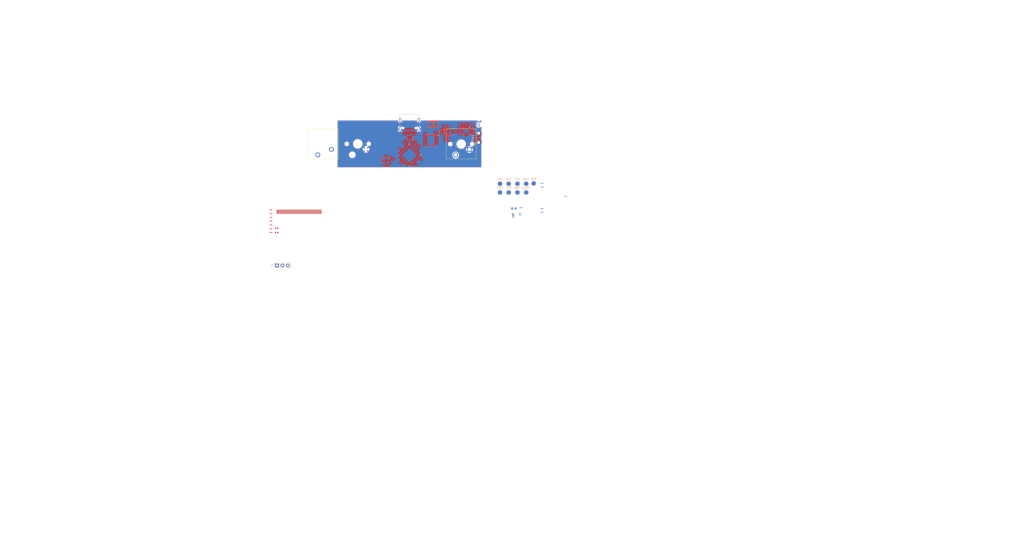
<source format=kicad_pcb>
(kicad_pcb (version 20241229) (generator "pcbnew") (generator_version "9.0")
  (layers (0 "F.Cu" mixed) (4 "In1.Cu" signal) (6 "In2.Cu" signal) (2 "B.Cu" power) (13 "F.Paste" user) (15 "B.Paste" user) (5 "F.SilkS" user "F.Silkscreen") (7 "B.SilkS" user "B.Silkscreen") (1 "F.Mask" user) (3 "B.Mask" user) (25 "Edge.Cuts" user))
  (net 0 "")
  (net 1 "VBAT")
  (net 2 "GND")
  (net 3 "VBUS")
  (net 4 "VSYS")
  (net 5 "3V3")
  (net 6 "1V1")
  (net 7 "/XIN")
  (net 8 "Net-(C24-Pad2)")
  (net 9 "Net-(DS1-VCOMH)")
  (net 10 "/DISP_PIN_CS")
  (net 11 "Net-(DS1-C2N)")
  (net 13 "/DISP_PIN_RST")
  (net 14 "/DISP_PIN_SCLK")
  (net 15 "Net-(DS1-C2P)")
  (net 16 "Net-(DS1-C1N)")
  (net 18 "Net-(DS1-IREF)")
  (net 19 "/DISP_PIN_MOSI")
  (net 20 "/DISP_PIN_DC")
  (net 21 "Net-(DS1-C1P)")
  (net 22 "Net-(J1-D--PadA7)")
  (net 23 "Net-(J1-CC2)")
  (net 24 "Net-(J1-CC1)")
  (net 25 "Net-(J1-D+-PadA6)")
  (net 26 "Net-(J3-Pin_2)")
  (net 27 "Net-(J3-Pin_1)")
  (net 28 "Net-(J4-Pin_3)")
  (net 29 "Net-(J4-Pin_1)")
  (net 30 "Net-(JP1-B)")
  (net 31 "Net-(L1-Pad1)")
  (net 32 "Net-(L1-Pad2)")
  (net 33 "/SNS_VBAT")
  (net 34 "Net-(U2-TS)")
  (net 35 "Net-(U2-ISET)")
  (net 36 "/QSPI_SS")
  (net 37 "/XOUT")
  (net 38 "Net-(U1-USB_DP)")
  (net 39 "Net-(U1-USB_DM)")
  (net 40 "Net-(U1-GPIO2)")
  (net 41 "Net-(U1-GPIO3)")
  (net 42 "/BUTTON_L")
  (net 43 "/BUTTON_R")
  (net 44 "/BUTTON_MENU")
  (net 46 "/AUDIO_I2S_DOUT")
  (net 48 "/QSPI_SD1")
  (net 53 "Net-(JP2-B)")
  (net 56 "/QSPI_SD3")
  (net 57 "/SNS_~{CHG}")
  (net 58 "/AUDIO_I2S_SD")
  (net 60 "/QSPI_SD2")
  (net 61 "/SNS_~{PGOOD}")
  (net 62 "/AUDIO_I2S_LRCK")
  (net 63 "/QSPI_SCLK")
  (net 69 "/AUDIO_I2S_BCLK")
  (net 70 "/QSPI_SD0")
  (net 74 "Net-(U3-AGND)")
  (net 75 "REG_EN")
  (net 79 "Net-(DS1-VCC)")
  (net 80 "VBAT_GATED")
  (net 81 "/VBAT_GATE_ON")
  (net 82 "/USB_D+")
  (net 83 "/USB_D-")
  (footprint "Custom:OLED_128x64_1.3in_13P" (layer "F.Cu") (at 162 45 -90)
    (property "Reference" "PL1")
    (property "Value" "Panel Footprint")
  )
  (footprint "Capacitor_SMD:C_0201_0603Metric" (layer "F.Cu") (at 105.75 82.6)
    (property "Reference" "C32" (hide yes))
    (property "Value" "1uF" (hide yes))
  )
  (footprint "Capacitor_SMD:C_0201_0603Metric" (layer "F.Cu") (at 105.75 80.85)
    (property "Reference" "C31" (hide yes))
    (property "Value" "100nF" (hide yes))
  )
  (footprint "Connector_PinHeader_1.27mm:PinHeader_1x02_P1.27mm_Vertical" (layer "F.Cu") (at 202.1 36.5 180)
    (property "Reference" "J2" (hide yes))
    (property "Value" "Battery" (hide yes))
  )
  (footprint "Capacitor_SMD:C_0402_1005Metric" (layer "F.Cu") (at 108.41 84.15)
    (property "Reference" "C27" (hide yes))
    (property "Value" "4.7uF" (hide yes))
  )
  (footprint "Connector_PinHeader_1.00mm:PinHeader_1x02_P1.00mm_Vertical" (layer "F.Cu") (at 218.11 77.75)
    (property "Reference" "J3" (hide yes))
    (property "Value" "Speaker" (hide yes))
  )
  (footprint "Capacitor_SMD:C_0201_0603Metric" (layer "F.Cu") (at 105.75 75.6)
    (property "Reference" "C25" (hide yes))
    (property "Value" "1uF" (hide yes))
  )
  (footprint "Display:OLED-128O064D" (layer "F.Cu") (at 118.75 76.5 180)
    (property "Reference" "DS1" (hide yes))
    (property "Value" "X096-2864KSWAG01-H30" (hide yes))
  )
  (footprint "Button_Switch_Keyboard:SW_Cherry_MX_1.00u_PCB" (layer "F.Cu") (at 127.46 50.08 180)
    (property "Reference" "SW1" (hide yes))
    (property "Value" "Button L")
  )
  (footprint "Resistor_SMD:R_0201_0603Metric" (layer "F.Cu") (at 105.75 86.1)
    (property "Reference" "R17" (hide yes))
    (property "Value" "10k" (hide yes))
  )
  (footprint "Button_Switch_Keyboard:SW_Cherry_MX_1.00u_PCB" (layer "F.Cu") (at 191.46 50.08 180)
    (property "Reference" "SW2" (hide yes))
    (property "Value" "Button R")
  )
  (footprint "Resistor_SMD:R_0201_0603Metric" (layer "F.Cu") (at 105.75 84.35)
    (property "Reference" "R14" (hide yes))
    (property "Value" "620k" (hide yes))
  )
  (footprint "Capacitor_SMD:C_0201_0603Metric" (layer "F.Cu") (at 105.75 79.1)
    (property "Reference" "C30" (hide yes))
    (property "Value" "1uF" (hide yes))
  )
  (footprint "Capacitor_SMD:C_0402_1005Metric" (layer "F.Cu") (at 108.41 86.12)
    (property "Reference" "C28" (hide yes))
    (property "Value" "4.7uF" (hide yes))
  )
  (footprint "Capacitor_SMD:C_0201_0603Metric" (layer "F.Cu") (at 105.75 77.35)
    (property "Reference" "C26" (hide yes))
    (property "Value" "1uF" (hide yes))
  )
  (footprint "NetTie:NetTie-2_SMD_Pad0.5mm" (layer "B.Cu") (at 242.3436 69.35 180)
    (property "Reference" "NT1" (hide yes))
    (property "Value" "NetTie_2" (hide yes))
  )
  (footprint "Jumper:SolderJumper-2_P1.3mm_Open_Pad1.0x1.5mm" (layer "B.Cu") (at 179.7 36.05 -90)
    (property "Reference" "JP1" (hide yes))
    (property "Value" "BOOTSEL")
  )
  (footprint "TestPoint:TestPoint_Pad_D2.0mm" (layer "B.Cu") (at 227.65 63.35 180)
    (property "Reference" "TP5")
    (property "Value" "3V3" (hide yes))
  )
  (footprint "Capacitor_SMD:C_0201_0603Metric" (layer "B.Cu") (at 174.065864 47.011953 45)
    (property "Reference" "C21" (hide yes))
    (property "Value" "100nF" (hide yes))
  )
  (footprint "Resistor_SMD:R_0201_0603Metric" (layer "B.Cu") (at 231.545 65.05 180)
    (property "Reference" "R16" (hide yes))
    (property "Value" "27" (hide yes))
  )
  (footprint "Resistor_SMD:R_0201_0603Metric" (layer "B.Cu") (at 182.592501 40.0425 -90)
    (property "Reference" "R7" (hide yes))
    (property "Value" "10k" (hide yes))
  )
  (footprint "Resistor_SMD:R_0201_0603Metric" (layer "B.Cu") (at 231.505 76.75 180)
    (property "Reference" "R19" (hide yes))
    (property "Value" "10k" (hide yes))
  )
  (footprint "Capacitor_SMD:C_0201_0603Metric" (layer "B.Cu") (at 165.792713 53.446625 -135)
    (property "Reference" "C19" (hide yes))
    (property "Value" "100nF" (hide yes))
  )
  (footprint "Resistor_SMD:R_0201_0603Metric" (layer "B.Cu") (at 231.505 75 180)
    (property "Reference" "R18" (hide yes))
    (property "Value" "3.6k" (hide yes))
  )
  (footprint "Resistor_SMD:R_0201_0603Metric" (layer "B.Cu") (at 199.3 39.9 180)
    (property "Reference" "R5" (hide yes))
    (property "Value" "620k" (hide yes))
  )
  (footprint "Capacitor_SMD:C_0201_0603Metric" (layer "B.Cu") (at 168.409986 44.536103 135)
    (property "Reference" "C10" (hide yes))
    (property "Value" "100nF" (hide yes))
  )
  (footprint "TestPoint:TestPoint_Pad_D2.0mm" (layer "B.Cu") (at 216.05 67.55 180)
    (property "Reference" "TP4")
    (property "Value" "VBAT" (hide yes))
  )
  (footprint "Capacitor_SMD:C_0201_0603Metric" (layer "B.Cu") (at 173.570889 46.516978 45)
    (property "Reference" "C9" (hide yes))
    (property "Value" "100nF" (hide yes))
  )
  (footprint "Capacitor_SMD:C_0201_0603Metric" (layer "B.Cu") (at 221.68 74.59 180)
    (property "Reference" "C36" (hide yes))
    (property "Value" "100nF" (hide yes))
  )
  (footprint "Capacitor_SMD:C_0201_0603Metric" (layer "B.Cu") (at 171.590991 44.537079 -135)
    (property "Reference" "C17" (hide yes))
    (property "Value" "1uF" (hide yes))
  )
  (footprint "Package_DFN_QFN:QFN-56-1EP_7x7mm_P0.4mm_EP3.2x3.2mm" (layer "B.Cu") (at 170 50.3 135)
    (property "Reference" "U1" (hide yes))
    (property "Value" "RP2040" (hide yes))
  )
  (footprint "Capacitor_SMD:C_0201_0603Metric" (layer "B.Cu") (at 165.615938 47.330152 135)
    (property "Reference" "C14" (hide yes))
    (property "Value" "100nF" (hide yes))
  )
  (footprint "Capacitor_SMD:C_0603_1608Metric" (layer "B.Cu") (at 193.4 36.8 -90)
    (property "Reference" "C34" (hide yes))
    (property "Value" "22uF" (hide yes))
  )
  (footprint "Capacitor_SMD:C_0201_0603Metric" (layer "B.Cu") (at 175.515433 52.138478 -45)
    (property "Reference" "C13" (hide yes))
    (property "Value" "100nF" (hide yes))
  )
  (footprint "Resistor_SMD:R_0201_0603Metric" (layer "B.Cu") (at 162.418628 52.1 180)
    (property "Reference" "R9" (hide yes))
    (property "Value" "1k" (hide yes))
  )
  (footprint "Capacitor_SMD:C_0603_1608Metric" (layer "B.Cu") (at 218.45 74.97 180)
    (property "Reference" "C35" (hide yes))
    (property "Value" "22uF" (hide yes))
  )
  (footprint "Package_SON:WSON-8-1EP_6x5mm_P1.27mm_EP3.4x4.3mm" (layer "B.Cu") (at 179.8925 43.4875 180)
    (property "Reference" "U5" (hide yes))
    (property "Value" "W25Q128JVPIQ" (hide yes))
  )
  (footprint "TestPoint:TestPoint_Pad_D2.0mm" (layer "B.Cu") (at 212 63.5 180)
    (property "Reference" "TP1")
    (property "Value" "GND" (hide yes))
  )
  (footprint "Capacitor_SMD:C_0201_0603Metric" (layer "B.Cu") (at 185.6 37 90)
    (property "Reference" "C5" (hide yes))
    (property "Value" "100nF" (hide yes))
  )
  (footprint "Capacitor_SMD:C_0201_0603Metric" (layer "B.Cu") (at 167.415622 44.038666 -135)
    (property "Reference" "C15" (hide yes))
    (property "Value" "100nF" (hide yes))
  )
  (footprint "Capacitor_SMD:C_0201_0603Metric" (layer "B.Cu") (at 159.118629 55.25 180)
    (property "Reference" "C23" (hide yes))
    (property "Value" "15pF" (hide yes))
  )
  (footprint "Custom:WLP-9_3x3_1.437x1.347mm_W91F1+1" (layer "B.Cu") (at 221.25 77.65 180)
    (property "Reference" "U8" (hide yes))
    (property "Value" "MAX98357AEWL" (hide yes))
  )
  (footprint "Button_Switch_SMD:SW_Push_1P1T-MP_NO_Horizontal_Alps_SKRTLAE010" (layer "B.Cu") (at 202.1 42.2 -90)
    (property "Reference" "SW3")
    (property "Value" "Menu")
  )
  (footprint "Capacitor_SMD:C_0201_0603Metric" (layer "B.Cu") (at 174.56084 46.022003 -45)
    (property "Reference" "C8" (hide yes))
    (property "Value" "100nF" (hide yes))
  )
  (footprint "Capacitor_SMD:C_0603_1608Metric" (layer "B.Cu") (at 187.5 41.6)
    (property "Reference" "C7" (hide yes))
    (property "Value" "22uF" (hide yes))
  )
  (footprint "Package_DFN_QFN:VQFN-16-1EP_3x3mm_P0.5mm_EP1.6x1.6mm" (layer "B.Cu") (at 196.3 39.1 180)
    (property "Reference" "U2" (hide yes))
    (property "Value" "BQ24074RGT" (hide yes))
  )
  (footprint "Capacitor_SMD:C_0603_1608Metric" (layer "B.Cu") (at 199.3 36.7 90)
    (property "Reference" "C1" (hide yes))
    (property "Value" "22uF" (hide yes))
  )
  (footprint "Resistor_SMD:R_0201_0603Metric" (layer "B.Cu") (at 196.3 36 -90)
    (property "Reference" "R4" (hide yes))
    (property "Value" "3.6k" (hide yes))
  )
  (footprint "Custom:BGA-4_2x2_0.8x0.8mm" (layer "B.Cu") (at 199.3 38.9 180)
    (property "Reference" "U7" (hide yes))
    (property "Value" "TPS22914BYFPR" (hide yes))
  )
  (footprint "TestPoint:TestPoint_Pad_D2.0mm" (layer "B.Cu") (at 220.1 63.5 180)
    (property "Reference" "TP7")
    (property "Value" "REG_EN" (hide yes))
  )
  (footprint "Capacitor_SMD:C_0201_0603Metric" (layer "B.Cu") (at 167.915011 45.031079 135)
    (property "Reference" "C12" (hide yes))
    (property "Value" "100nF" (hide yes))
  )
  (footprint "Crystal:Crystal_SMD_3225-4Pin_3.2x2.5mm" (layer "B.Cu") (at 159.118629 53)
    (property "Reference" "Y1" (hide yes))
    (property "Value" "ABM8-272-T3" (hide yes))
  )
  (footprint "Capacitor_SMD:C_0201_0603Metric" (layer "B.Cu") (at 177.2425 39.9925 90)
    (property "Reference" "C22" (hide yes))
    (property "Value" "100nF" (hide yes))
  )
  (footprint "Resistor_SMD:R_0201_0603Metric" (layer "B.Cu") (at 167.55 40.35)
    (property "Reference" "R1" (hide yes))
    (property "Value" "5.1k" (hide yes))
  )
  (footprint "Resistor_SMD:R_0201_0603Metric" (layer "B.Cu") (at 231.545 63.3 180)
    (property "Reference" "R15" (hide yes))
    (property "Value" "27" (hide yes))
  )
  (footprint "Capacitor_SMD:C_0201_0603Metric" (layer "B.Cu") (at 172.085965 45.032054 45)
    (property "Reference" "C20" (hide yes))
    (property "Value" "100nF" (hide yes))
  )
  (footprint "TestPoint:TestPoint_Pad_D2.0mm" (layer "B.Cu") (at 224.15 63.5 180)
    (property "Reference" "TP9")
    (property "Value" "SNS_~{CHG}" (hide yes))
  )
  (footprint "TestPoint:TestPoint_Pad_D2.0mm" (layer "B.Cu") (at 216.05 63.5 180)
    (property "Reference" "TP3")
    (property "Value" "VSYS" (hide yes))
  )
  (footprint "Capacitor_SMD:C_0201_0603Metric" (layer "B.Cu") (at 172.584476 44.04564 -45)
    (property "Reference" "C18" (hide yes))
    (property "Value" "1uF" (hide yes))
  )
  (footprint "Resistor_SMD:R_0201_0603Metric" (layer "B.Cu") (at 181.892501 40.0425 -90)
    (property "Reference" "R8" (hide yes))
    (property "Value" "1k" (hide yes))
  )
  (footprint "TestPoint:TestPoint_Pad_D2.0mm" (layer "B.Cu") (at 224.15 67.55 180)
    (property "Reference" "TP10")
    (property "Value" "SNS_~{PGOOD}" (hide yes))
  )
  (footprint "Capacitor_SMD:C_0201_0603Metric" (layer "B.Cu") (at 166.287689 53.9416 -135)
    (property "Reference" "C16" (hide yes))
    (property "Value" "100nF" (hide yes))
  )
  (footprint "Resistor_SMD:R_0201_0603Metric" (layer "B.Cu") (at 173.075914 46.022004 45)
    (property "Reference" "R10" (hide yes))
    (property "Value" "27" (hide yes))
  )
  (footprint "Connector_USB:USB_C_Receptacle_G-Switch_GT-USB-7010ASV" (layer "B.Cu") (at 170 35)
    (property "Reference" "J1" (hide yes))
    (property "Value" "GT-USB-7010ASV" (hide yes))
  )
  (footprint "Package_TO_SOT_SMD:SOT-23-3" (layer "B.Cu") (at 190.1375 39.3)
    (property "Reference" "U4" (hide yes))
    (property "Value" "VDD331MCTA" (hide yes))
  )
  (footprint "Resistor_SMD:R_0201_0603Metric" (layer "B.Cu") (at 197.3 36 90)
    (property "Reference" "R3" (hide yes))
    (property "Value" "10k" (hide yes))
  )
  (footprint "Capacitor_SMD:C_0603_1608Metric" (layer "B.Cu") (at 187.5 37)
    (property "Reference" "C4" (hide yes))
    (property "Value" "22uF" (hide yes))
  )
  (footprint "TestPoint:TestPoint_Pad_D2.0mm" (layer "B.Cu") (at 212 67.55 180)
    (property "Reference" "TP2")
    (property "Value" "VBUS" (hide yes))
  )
  (footprint "Inductor_SMD:L_Murata_DFE201610P" (layer "B.Cu") (at 185.075 39.3 -90)
    (property "Reference" "L1" (hide yes))
    (property "Value" "0.47uH" (hide yes))
  )
  (footprint "Package_TO_SOT_SMD:SOT-23-6" (layer "B.Cu") (at 170 42 90)
    (property "Reference" "U6" (hide yes))
    (property "Value" "USBLC6-2SC6" (hide yes))
  )
  (footprint "Capacitor_SMD:C_0201_0603Metric" (layer "B.Cu") (at 159.118629 50.75 180)
    (property "Reference" "C24" (hide yes))
    (property "Value" "15pF" (hide yes))
  )
  (footprint "Capacitor_SMD:C_0201_0603Metric" (layer "B.Cu") (at 172.969848 54.684062 -45)
    (property "Reference" "C11" (hide yes))
    (property "Value" "100nF" (hide yes))
  )
  (footprint "Custom:WL-CSP-15B_1.4x2.3_BSC" (layer "B.Cu") (at 187.075 39.3 180)
    (property "Reference" "U3" (hide yes))
    (property "Value" "RT6160A" (hide yes))
  )
  (footprint "TestPoint:TestPoint_Pad_D2.0mm" (layer "B.Cu") (at 220.1 67.55 180)
    (property "Reference" "TP8")
    (property "Value" "SNS_VBAT" (hide yes))
  )
  (footprint "Jumper:SolderJumper-2_P1.3mm_Open_Pad1.0x1.5mm" (layer "B.Cu") (at 182.2 36.050001 -90)
    (property "Reference" "JP2" (hide yes))
    (property "Value" "RESET")
  )
  (footprint "Resistor_SMD:R_0201_0603Metric" (layer "B.Cu") (at 172.580941 45.527028 -135)
    (property "Reference" "R11" (hide yes))
    (property "Value" "27" (hide yes))
  )
  (footprint "Resistor_SMD:R_0201_0603Metric" (layer "B.Cu") (at 172.45 40.35)
    (property "Reference" "R2" (hide yes))
    (property "Value" "5.1k" (hide yes))
  )
  (footprint "Capacitor_SMD:C_0201_0603Metric" (layer "B.Cu") (at 195.3 36 -90)
    (property "Reference" "C2" (hide yes))
    (property "Value" "100nF" (hide yes))
  )
  (footprint "Capacitor_SMD:C_0603_1608Metric" (layer "B.Cu") (at 187.5 43.1)
    (property "Reference" "C6" (hide yes))
    (property "Value" "22uF" (hide yes))
  )
  (footprint "Capacitor_SMD:C_0603_1608Metric" (layer "B.Cu") (at 193.4 39.8 90)
    (property "Reference" "C3" (hide yes))
    (property "Value" "22uF" (hide yes))
  )
  (footprint "Connector_PinHeader_2.54mm:PinHeader_1x03_P2.54mm_Vertical" (layer "B.Cu") (at 108.51 101.45 -90)
    (property "Reference" "J4")
    (property "Value" "SWD")
  )
  (gr_line (start 200.4 37.85) (end 200.4 38.15) (stroke (width 0.1)) (layer "B.SilkS"))
  (gr_line (start 200.55 38) (end 200.25 38) (stroke (width 0.1)) (layer "B.SilkS"))
  (segment (start 168.724647 44.727022) (end 168.671614 44.727022) (width 0.2) (layer "B.Cu") (net 5))
  (segment (start 173.232842 47.350001) (end 172.572101 48.010742) (width 0.2) (layer "B.Cu") (net 6))
  (segment (start 171.859692 45.258328) (end 171.590991 45.527029) (width 0.2) (layer "B.Cu") (net 6))
  (segment (start 173.727817 47.350001) (end 173.232842 47.350001) (width 0.2) (layer "B.Cu") (net 6))
  (segment (start 173.839591 47.238227) (end 173.763173 47.314645) (width 0.2) (layer "B.Cu") (net 6))
  (segment (start 171.555635 46.198781) (end 171.157888 46.596528) (width 0.2) (layer "B.Cu") (net 6))
  (segment (start 171.555635 45.562385) (end 171.555635 46.198781) (width 0.2) (layer "B.Cu") (net 6))
  (segment (start 160.218629 53.85) (end 159.438629 54.63) (width 0.2) (layer "B.Cu") (net 7))
  (segment (start 159.438629 54.63) (end 159.438629 55.25) (width 0.2) (layer "B.Cu") (net 7))
  (segment (start 158.798629 51.37) (end 158.018629 52.15) (width 0.2) (layer "B.Cu") (net 8))
  (segment (start 158.918629 51.25) (end 158.018629 52.15) (width 0.2) (layer "B.Cu") (net 8))
  (segment (start 158.798629 50.75) (end 158.798629 51.37) (width 0.2) (layer "B.Cu") (net 8))
  (segment (start 158.01863 52.1) (end 158.068629 52.1) (width 0.2) (layer "B.Cu") (net 8))
  (segment (start 162.098629 52.1) (end 161.248629 51.25) (width 0.2) (layer "B.Cu") (net 8))
  (segment (start 161.248629 51.25) (end 158.918629 51.25) (width 0.2) (layer "B.Cu") (net 8))
  (segment (start 172.84964 46.248278) (end 172.616296 46.481623) (width 0.2) (layer "B.Cu") (net 38))
  (segment (start 172.58094 46.516979) (end 172.368808 46.516979) (width 0.2) (layer "B.Cu") (net 38))
  (segment (start 172.368808 46.516979) (end 171.723573 47.162213) (width 0.2) (layer "B.Cu") (net 38))
  (segment (start 172.354665 45.753303) (end 172.085967 46.022002) (width 0.2) (layer "B.Cu") (net 39))
  (segment (start 172.050611 46.26949) (end 171.44073 46.879371) (width 0.2) (layer "B.Cu") (net 39))
  (segment (start 172.050611 46.057358) (end 172.050611 46.26949) (width 0.2) (layer "B.Cu") (net 39))
  (segment (start 173.703472 49.142112) (end 173.722791 49.122793) (width 0.2) (layer "B.Cu") (net 60))
  (segment (start 173.137786 48.576427) (end 173.414213 48.3) (width 0.2) (layer "B.Cu") (net 63))
  (zone (net 5) (net_name "3V3") (layers "F.Cu" "In1.Cu") (connect_pads (clearance 0.5)) (min_thickness 0.25) (fill yes (thermal_gap 0.5) (thermal_bridge_width 0.5))
    (polygon (pts (xy -17 -18) (xy -20 224) (xy 315 220) (xy 317.5 -18)))
  )
  (zone (net 2) (net_name "GND") (layers "B.Cu" "In2.Cu") (connect_pads (clearance 0.5)) (min_thickness 0.25) (fill yes (thermal_gap 0.5) (thermal_bridge_width 0.5))
    (polygon (pts (xy -11.5 -16.5) (xy -14.5 225.5) (xy 320.5 221.5) (xy 323 -16.5)))
  )
)
</source>
